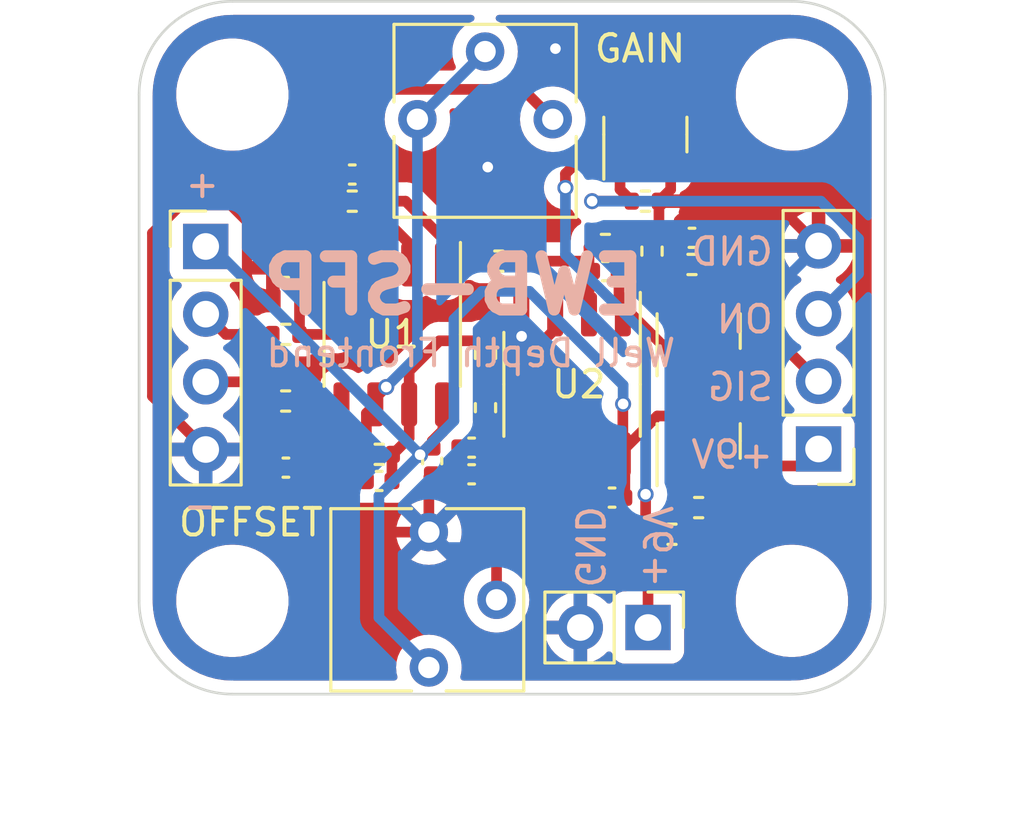
<source format=kicad_pcb>
(kicad_pcb (version 20211014) (generator pcbnew)
  (title_block (title "Depth Sensor") (date "2022-02-08") (rev "1") (company "EWB-SFP") (comment 1 "Hans Gaensbauer"))
  (layers (0 "F.Cu" signal) (31 "B.Cu" signal) (34 "B.Paste" user) (35 "F.Paste" user) (36 "B.SilkS" user "B.Silkscreen") (37 "F.SilkS" user "F.Silkscreen") (38 "B.Mask" user) (39 "F.Mask" user) (44 "Edge.Cuts" user))
  (net 0 "")
  (net 1 "GND")
  (net 2 "Net-(U1-Pad3)")
  (net 3 "Net-(C2-Pad2)")
  (net 4 "Net-(C3-Pad1)")
  (net 5 "Net-(C3-Pad2)")
  (net 6 "Net-(C4-Pad1)")
  (net 7 "Net-(C4-Pad2)")
  (net 8 "Net-(C5-Pad2)")
  (net 9 "VDD")
  (net 10 "Net-(C8-Pad1)")
  (net 11 "Net-(C8-Pad2)")
  (net 12 "VOUT")
  (net 13 "+9V")
  (net 14 "Net-(J2-Pad2)")
  (net 15 "Net-(J2-Pad3)")
  (net 16 "ON")
  (net 17 "Net-(Q1-Pad3)")
  (net 18 "Net-(Q2-Pad1)")
  (net 19 "Net-(R12-Pad2)")
  (net 20 "Net-(R13-Pad2)")
  (net 21 "Net-(R17-Pad1)")
  (footprint "Package_TO_SOT_SMD:SOT-23" (layer "F.Cu") (at 116.5 56 90)
    (fp_text reference "Q2" hide)
    (fp_text value "Q_PMOS_GSD")
    (fp_line (start 0 -1.56) (end -1.675 -1.56) (layer "F.SilkS") (width 0.12))
    (fp_line (start 0 -1.56) (end 0.65 -1.56) (layer "F.SilkS") (width 0.12))
    (fp_line (start 0 1.56) (end 0.65 1.56) (layer "F.SilkS") (width 0.12))
    (fp_line (start 0 1.56) (end -0.65 1.56) (layer "F.SilkS") (width 0.12))
    (pad "1" smd roundrect locked (at -0.9375 -0.95 90) (size 1.475 0.6) (layers "F.Cu" "F.Paste" "F.Mask") (net 18 "Net-(Q2-Pad1)"))
    (pad "2" smd roundrect locked (at -0.9375 0.95 90) (size 1.475 0.6) (layers "F.Cu" "F.Paste" "F.Mask") (net 13 "+9V"))
    (pad "3" smd roundrect locked (at 0.9375 0 90) (size 1.475 0.6) (layers "F.Cu" "F.Paste" "F.Mask") (net 9 "VDD"))
  )
  (footprint "Capacitor_SMD:C_0402_1005Metric" (layer "F.Cu") (at 103.5 46)
    (fp_text reference "C3" hide)
    (fp_text value "1u")
    (fp_line (start -0.107836 -0.36) (end 0.107836 -0.36) (layer "F.SilkS") (width 0.12))
    (fp_line (start -0.107836 0.36) (end 0.107836 0.36) (layer "F.SilkS") (width 0.12))
    (pad "1" smd roundrect locked (at -0.48 0) (size 0.56 0.62) (layers "F.Cu" "F.Paste" "F.Mask") (net 4 "Net-(C3-Pad1)"))
    (pad "2" smd roundrect locked (at 0.48 0) (size 0.56 0.62) (layers "F.Cu" "F.Paste" "F.Mask") (net 5 "Net-(C3-Pad2)"))
  )
  (footprint "Resistor_SMD:R_0402_1005Metric" (layer "F.Cu") (at 116.5 58.5)
    (fp_text reference "R1" hide)
    (fp_text value "2.2k")
    (fp_line (start -0.153641 -0.38) (end 0.153641 -0.38) (layer "F.SilkS") (width 0.12))
    (fp_line (start -0.153641 0.38) (end 0.153641 0.38) (layer "F.SilkS") (width 0.12))
    (pad "1" smd roundrect locked (at -0.51 0) (size 0.54 0.64) (layers "F.Cu" "F.Paste" "F.Mask") (net 18 "Net-(Q2-Pad1)"))
    (pad "2" smd roundrect locked (at 0.51 0) (size 0.54 0.64) (layers "F.Cu" "F.Paste" "F.Mask") (net 13 "+9V"))
  )
  (footprint "Capacitor_SMD:C_0402_1005Metric" (layer "F.Cu") (at 107.98 56.25)
    (fp_text reference "C7" hide)
    (fp_text value "100n")
    (fp_line (start -0.107836 0.36) (end 0.107836 0.36) (layer "F.SilkS") (width 0.12))
    (fp_line (start -0.107836 -0.36) (end 0.107836 -0.36) (layer "F.SilkS") (width 0.12))
    (pad "1" smd roundrect locked (at -0.48 0) (size 0.56 0.62) (layers "F.Cu" "F.Paste" "F.Mask") (net 1 "GND"))
    (pad "2" smd roundrect locked (at 0.48 0) (size 0.56 0.62) (layers "F.Cu" "F.Paste" "F.Mask") (net 8 "Net-(C5-Pad2)"))
  )
  (footprint "Capacitor_SMD:C_0402_1005Metric" (layer "F.Cu") (at 113.25 58.125)
    (fp_text reference "C9" hide)
    (fp_text value "1u")
    (fp_line (start -0.107836 -0.36) (end 0.107836 -0.36) (layer "F.SilkS") (width 0.12))
    (fp_line (start -0.107836 0.36) (end 0.107836 0.36) (layer "F.SilkS") (width 0.12))
    (pad "1" smd roundrect locked (at -0.48 0) (size 0.56 0.62) (layers "F.Cu" "F.Paste" "F.Mask") (net 1 "GND"))
    (pad "2" smd roundrect locked (at 0.48 0) (size 0.56 0.62) (layers "F.Cu" "F.Paste" "F.Mask") (net 9 "VDD"))
  )
  (footprint "Capacitor_SMD:C_0402_1005Metric" (layer "F.Cu") (at 106.5 56.75 90)
    (fp_text reference "C6" hide)
    (fp_text value "1u")
    (fp_line (start -0.107836 -0.36) (end 0.107836 -0.36) (layer "F.SilkS") (width 0.12))
    (fp_line (start -0.107836 0.36) (end 0.107836 0.36) (layer "F.SilkS") (width 0.12))
    (pad "1" smd roundrect locked (at -0.48 0 90) (size 0.56 0.62) (layers "F.Cu" "F.Paste" "F.Mask") (net 1 "GND"))
    (pad "2" smd roundrect locked (at 0.48 0 90) (size 0.56 0.62) (layers "F.Cu" "F.Paste" "F.Mask") (net 9 "VDD"))
  )
  (footprint "Resistor_SMD:R_0402_1005Metric" (layer "F.Cu") (at 101 54.5)
    (fp_text reference "R5" hide)
    (fp_text value "100")
    (fp_line (start -0.153641 0.38) (end 0.153641 0.38) (layer "F.SilkS") (width 0.12))
    (fp_line (start -0.153641 -0.38) (end 0.153641 -0.38) (layer "F.SilkS") (width 0.12))
    (pad "1" smd roundrect locked (at -0.51 0) (size 0.54 0.64) (layers "F.Cu" "F.Paste" "F.Mask") (net 15 "Net-(J2-Pad3)"))
    (pad "2" smd roundrect locked (at 0.51 0) (size 0.54 0.64) (layers "F.Cu" "F.Paste" "F.Mask") (net 3 "Net-(C2-Pad2)"))
  )
  (footprint "Resistor_SMD:R_0402_1005Metric" (layer "F.Cu") (at 104.51 56.5)
    (fp_text reference "R8" hide)
    (fp_text value "10k")
    (fp_line (start -0.153641 0.38) (end 0.153641 0.38) (layer "F.SilkS") (width 0.12))
    (fp_line (start -0.153641 -0.38) (end 0.153641 -0.38) (layer "F.SilkS") (width 0.12))
    (pad "1" smd roundrect locked (at -0.51 0) (size 0.54 0.64) (layers "F.Cu" "F.Paste" "F.Mask") (net 6 "Net-(C4-Pad1)"))
    (pad "2" smd roundrect locked (at 0.51 0) (size 0.54 0.64) (layers "F.Cu" "F.Paste" "F.Mask") (net 7 "Net-(C4-Pad2)"))
  )
  (footprint "MountingHole:MountingHole_3.2mm_M3" (layer "F.Cu") (at 120 62)
    (fp_text reference "H4" hide)
    (fp_text value "MountingHole")
    (pad "" np_thru_hole circle locked (at 0 0) (size 3.2 3.2) (drill 3.2) (layers *.Cu *.Mask))
  )
  (footprint "Resistor_SMD:R_0402_1005Metric" (layer "F.Cu") (at 114.5 47 180)
    (fp_text reference "R2" hide)
    (fp_text value "2.2k")
    (fp_line (start -0.153641 0.38) (end 0.153641 0.38) (layer "F.SilkS") (width 0.12))
    (fp_line (start -0.153641 -0.38) (end 0.153641 -0.38) (layer "F.SilkS") (width 0.12))
    (pad "1" smd roundrect locked (at -0.51 0 180) (size 0.54 0.64) (layers "F.Cu" "F.Paste" "F.Mask") (net 1 "GND"))
    (pad "2" smd roundrect locked (at 0.51 0 180) (size 0.54 0.64) (layers "F.Cu" "F.Paste" "F.Mask") (net 16 "ON"))
  )
  (footprint "Connector_PinHeader_2.54mm:PinHeader_1x04_P2.54mm_Vertical" (layer "F.Cu") (at 98 48.7)
    (fp_text reference "J2" hide)
    (fp_text value "Conn_01x04_Female")
    (fp_line (start -1.33 0) (end -1.33 -1.33) (layer "F.SilkS") (width 0.12))
    (fp_line (start -1.33 1.27) (end 1.33 1.27) (layer "F.SilkS") (width 0.12))
    (fp_line (start -1.33 8.95) (end 1.33 8.95) (layer "F.SilkS") (width 0.12))
    (fp_line (start -1.33 -1.33) (end 0 -1.33) (layer "F.SilkS") (width 0.12))
    (fp_line (start 1.33 1.27) (end 1.33 8.95) (layer "F.SilkS") (width 0.12))
    (fp_line (start -1.33 1.27) (end -1.33 8.95) (layer "F.SilkS") (width 0.12))
    (pad "1" thru_hole rect locked (at 0 0) (size 1.7 1.7) (drill 1) (layers *.Cu *.Mask) (net 9 "VDD"))
    (pad "2" thru_hole oval locked (at 0 2.54) (size 1.7 1.7) (drill 1) (layers *.Cu *.Mask) (net 14 "Net-(J2-Pad2)"))
    (pad "3" thru_hole oval locked (at 0 5.08) (size 1.7 1.7) (drill 1) (layers *.Cu *.Mask) (net 15 "Net-(J2-Pad3)"))
    (pad "4" thru_hole oval locked (at 0 7.62) (size 1.7 1.7) (drill 1) (layers *.Cu *.Mask) (net 1 "GND"))
  )
  (footprint "Capacitor_SMD:C_0402_1005Metric" (layer "F.Cu") (at 113 49.625)
    (fp_text reference "C8" hide)
    (fp_text value "1u")
    (fp_line (start -0.107836 -0.36) (end 0.107836 -0.36) (layer "F.SilkS") (width 0.12))
    (fp_line (start -0.107836 0.36) (end 0.107836 0.36) (layer "F.SilkS") (width 0.12))
    (pad "1" smd roundrect locked (at -0.48 0) (size 0.56 0.62) (layers "F.Cu" "F.Paste" "F.Mask") (net 10 "Net-(C8-Pad1)"))
    (pad "2" smd roundrect locked (at 0.48 0) (size 0.56 0.62) (layers "F.Cu" "F.Paste" "F.Mask") (net 11 "Net-(C8-Pad2)"))
  )
  (footprint "Potentiometer_THT:Potentiometer_Vishay_T73YP_Vertical" (layer "F.Cu") (at 111.025 43.925 90)
    (fp_text reference "RV2" hide)
    (fp_text value "500")
    (fp_line (start 0.65 0.88) (end 3.56 0.88) (layer "F.SilkS") (width 0.12))
    (fp_line (start 3.56 -5.96) (end 3.56 0.88) (layer "F.SilkS") (width 0.12))
    (fp_line (start 0.65 -5.96) (end 3.56 -5.96) (layer "F.SilkS") (width 0.12))
    (fp_line (start -3.68 -5.96) (end -0.65 -5.96) (layer "F.SilkS") (width 0.12))
    (fp_line (start -3.68 0.88) (end -0.65 0.88) (layer "F.SilkS") (width 0.12))
    (fp_line (start -3.68 -5.96) (end -3.68 0.88) (layer "F.SilkS") (width 0.12))
    (pad "1" thru_hole circle locked (at 0 0 90) (size 1.44 1.44) (drill 0.8) (layers *.Cu *.Mask) (net 4 "Net-(C3-Pad1)"))
    (pad "2" thru_hole circle locked (at 2.54 -2.54 90) (size 1.44 1.44) (drill 0.8) (layers *.Cu *.Mask) (net 6 "Net-(C4-Pad1)"))
    (pad "3" thru_hole circle locked (at 0 -5.08 90) (size 1.44 1.44) (drill 0.8) (layers *.Cu *.Mask) (net 6 "Net-(C4-Pad1)"))
  )
  (footprint "Package_SO:SOP-8_3.9x4.9mm_P1.27mm" (layer "F.Cu") (at 111.75 53.875 -90)
    (fp_text reference "U2" (at 0 -0.25 180) (layer "F.SilkS"))
    (fp_text value "LM358")
    (fp_line (start 0 -2.56) (end -3.45 -2.56) (layer "F.SilkS") (width 0.12))
    (fp_line (start 0 2.56) (end 1.95 2.56) (layer "F.SilkS") (width 0.12))
    (fp_line (start 0 2.56) (end -1.95 2.56) (layer "F.SilkS") (width 0.12))
    (fp_line (start 0 -2.56) (end 1.95 -2.56) (layer "F.SilkS") (width 0.12))
    (pad "1" smd roundrect locked (at -2.625 -1.905 270) (size 1.65 0.6) (layers "F.Cu" "F.Paste" "F.Mask") (net 11 "Net-(C8-Pad2)"))
    (pad "2" smd roundrect locked (at -2.625 -0.635 270) (size 1.65 0.6) (layers "F.Cu" "F.Paste" "F.Mask") (net 10 "Net-(C8-Pad1)"))
    (pad "3" smd roundrect locked (at -2.625 0.635 270) (size 1.65 0.6) (layers "F.Cu" "F.Paste" "F.Mask") (net 19 "Net-(R12-Pad2)"))
    (pad "4" smd roundrect locked (at -2.625 1.905 270) (size 1.65 0.6) (layers "F.Cu" "F.Paste" "F.Mask") (net 1 "GND"))
    (pad "5" smd roundrect locked (at 2.625 1.905 270) (size 1.65 0.6) (layers "F.Cu" "F.Paste" "F.Mask") (net 8 "Net-(C5-Pad2)"))
    (pad "6" smd roundrect locked (at 2.625 0.635 270) (size 1.65 0.6) (layers "F.Cu" "F.Paste" "F.Mask") (net 20 "Net-(R13-Pad2)"))
    (pad "7" smd roundrect locked (at 2.625 -0.635 270) (size 1.65 0.6) (layers "F.Cu" "F.Paste" "F.Mask") (net 20 "Net-(R13-Pad2)"))
    (pad "8" smd roundrect locked (at 2.625 -1.905 270) (size 1.65 0.6) (layers "F.Cu" "F.Paste" "F.Mask") (net 9 "VDD"))
  )
  (footprint "Capacitor_SMD:C_0402_1005Metric" (layer "F.Cu") (at 104.51 57.5)
    (fp_text reference "C4" hide)
    (fp_text value "1u")
    (fp_line (start -0.107836 0.36) (end 0.107836 0.36) (layer "F.SilkS") (width 0.12))
    (fp_line (start -0.107836 -0.36) (end 0.107836 -0.36) (layer "F.SilkS") (width 0.12))
    (pad "1" smd roundrect locked (at -0.48 0) (size 0.56 0.62) (layers "F.Cu" "F.Paste" "F.Mask") (net 6 "Net-(C4-Pad1)"))
    (pad "2" smd roundrect locked (at 0.48 0) (size 0.56 0.62) (layers "F.Cu" "F.Paste" "F.Mask") (net 7 "Net-(C4-Pad2)"))
  )
  (footprint "Package_TO_SOT_SMD:SOT-23" (layer "F.Cu") (at 114.5 44.5 90)
    (fp_text reference "Q1" hide)
    (fp_text value "Q_NMOS_GSD")
    (fp_line (start 0 -1.56) (end 0.65 -1.56) (layer "F.SilkS") (width 0.12))
    (fp_line (start 0 1.56) (end -0.65 1.56) (layer "F.SilkS") (width 0.12))
    (fp_line (start 0 1.56) (end 0.65 1.56) (layer "F.SilkS") (width 0.12))
    (fp_line (start 0 -1.56) (end -1.675 -1.56) (layer "F.SilkS") (width 0.12))
    (pad "1" smd roundrect locked (at -0.9375 -0.95 90) (size 1.475 0.6) (layers "F.Cu" "F.Paste" "F.Mask") (net 16 "ON"))
    (pad "2" smd roundrect locked (at -0.9375 0.95 90) (size 1.475 0.6) (layers "F.Cu" "F.Paste" "F.Mask") (net 1 "GND"))
    (pad "3" smd roundrect locked (at 0.9375 0 90) (size 1.475 0.6) (layers "F.Cu" "F.Paste" "F.Mask") (net 17 "Net-(Q1-Pad3)"))
  )
  (footprint "MountingHole:MountingHole_3.2mm_M3" (layer "F.Cu") (at 99 43)
    (fp_text reference "H1" hide)
    (fp_text value "MountingHole")
    (pad "" np_thru_hole circle locked (at 0 0) (size 3.2 3.2) (drill 3.2) (layers *.Cu *.Mask))
  )
  (footprint "Resistor_SMD:R_0402_1005Metric" (layer "F.Cu") (at 115.5 59.5)
    (fp_text reference "R3" hide)
    (fp_text value "2.2k")
    (fp_line (start -0.153641 -0.38) (end 0.153641 -0.38) (layer "F.SilkS") (width 0.12))
    (fp_line (start -0.153641 0.38) (end 0.153641 0.38) (layer "F.SilkS") (width 0.12))
    (pad "1" smd roundrect locked (at -0.51 0) (size 0.54 0.64) (layers "F.Cu" "F.Paste" "F.Mask") (net 17 "Net-(Q1-Pad3)"))
    (pad "2" smd roundrect locked (at 0.51 0) (size 0.54 0.64) (layers "F.Cu" "F.Paste" "F.Mask") (net 18 "Net-(Q2-Pad1)"))
  )
  (footprint "Capacitor_SMD:C_0402_1005Metric" (layer "F.Cu") (at 101.01 57)
    (fp_text reference "C2" hide)
    (fp_text value "1u")
    (fp_line (start -0.107836 0.36) (end 0.107836 0.36) (layer "F.SilkS") (width 0.12))
    (fp_line (start -0.107836 -0.36) (end 0.107836 -0.36) (layer "F.SilkS") (width 0.12))
    (pad "1" smd roundrect locked (at -0.48 0) (size 0.56 0.62) (layers "F.Cu" "F.Paste" "F.Mask") (net 1 "GND"))
    (pad "2" smd roundrect locked (at 0.48 0) (size 0.56 0.62) (layers "F.Cu" "F.Paste" "F.Mask") (net 3 "Net-(C2-Pad2)"))
  )
  (footprint "Connector_PinHeader_2.54mm:PinHeader_1x04_P2.54mm_Vertical" (layer "F.Cu") (at 121 56.3 180)
    (fp_text reference "J3" hide)
    (fp_text value "Conn_01x04_Female")
    (fp_line (start -1.33 1.27) (end -1.33 8.95) (layer "F.SilkS") (width 0.12))
    (fp_line (start -1.33 0) (end -1.33 -1.33) (layer "F.SilkS") (width 0.12))
    (fp_line (start -1.33 -1.33) (end 0 -1.33) (layer "F.SilkS") (width 0.12))
    (fp_line (start -1.33 8.95) (end 1.33 8.95) (layer "F.SilkS") (width 0.12))
    (fp_line (start -1.33 1.27) (end 1.33 1.27) (layer "F.SilkS") (width 0.12))
    (fp_line (start 1.33 1.27) (end 1.33 8.95) (layer "F.SilkS") (width 0.12))
    (pad "1" thru_hole rect locked (at 0 0 180) (size 1.7 1.7) (drill 1) (layers *.Cu *.Mask) (net 13 "+9V"))
    (pad "2" thru_hole oval locked (at 0 2.54 180) (size 1.7 1.7) (drill 1) (layers *.Cu *.Mask) (net 12 "VOUT"))
    (pad "3" thru_hole oval locked (at 0 5.08 180) (size 1.7 1.7) (drill 1) (layers *.Cu *.Mask) (net 16 "ON"))
    (pad "4" thru_hole oval locked (at 0 7.62 180) (size 1.7 1.7) (drill 1) (layers *.Cu *.Mask) (net 1 "GND"))
  )
  (footprint "Resistor_SMD:R_0402_1005Metric" (layer "F.Cu") (at 108.5 54.75 -90)
    (fp_text reference "R13" hide)
    (fp_text value "2.2k")
    (fp_line (start -0.153641 -0.38) (end 0.153641 -0.38) (layer "F.SilkS") (width 0.12))
    (fp_line (start -0.153641 0.38) (end 0.153641 0.38) (layer "F.SilkS") (width 0.12))
    (pad "1" smd roundrect locked (at -0.51 0 270) (size 0.54 0.64) (layers "F.Cu" "F.Paste" "F.Mask") (net 19 "Net-(R12-Pad2)"))
    (pad "2" smd roundrect locked (at 0.51 0 270) (size 0.54 0.64) (layers "F.Cu" "F.Paste" "F.Mask") (net 20 "Net-(R13-Pad2)"))
  )
  (footprint "MountingHole:MountingHole_3.2mm_M3" (layer "F.Cu") (at 99 62)
    (fp_text reference "H2" hide)
    (fp_text value "MountingHole")
    (pad "" np_thru_hole circle locked (at 0 0) (size 3.2 3.2) (drill 3.2) (layers *.Cu *.Mask))
  )
  (footprint "Capacitor_SMD:C_0402_1005Metric" (layer "F.Cu") (at 101 49.5)
    (fp_text reference "C1" hide)
    (fp_text value "1u")
    (fp_line (start -0.107836 0.36) (end 0.107836 0.36) (layer "F.SilkS") (width 0.12))
    (fp_line (start -0.107836 -0.36) (end 0.107836 -0.36) (layer "F.SilkS") (width 0.12))
    (pad "1" smd roundrect locked (at -0.48 0) (size 0.56 0.62) (layers "F.Cu" "F.Paste" "F.Mask") (net 1 "GND"))
    (pad "2" smd roundrect locked (at 0.48 0) (size 0.56 0.62) (layers "F.Cu" "F.Paste" "F.Mask") (net 2 "Net-(U1-Pad3)"))
  )
  (footprint "Resistor_SMD:R_0402_1005Metric" (layer "F.Cu") (at 114.75 48.875 90)
    (fp_text reference "R17" hide)
    (fp_text value "330")
    (fp_line (start -0.153641 0.38) (end 0.153641 0.38) (layer "F.SilkS") (width 0.12))
    (fp_line (start -0.153641 -0.38) (end 0.153641 -0.38) (layer "F.SilkS") (width 0.12))
    (pad "1" smd roundrect locked (at -0.51 0 90) (size 0.54 0.64) (layers "F.Cu" "F.Paste" "F.Mask") (net 21 "Net-(R17-Pad1)"))
    (pad "2" smd roundrect locked (at 0.51 0 90) (size 0.54 0.64) (layers "F.Cu" "F.Paste" "F.Mask") (net 1 "GND"))
  )
  (footprint "Potentiometer_THT:Potentiometer_Vishay_T73YP_Vertical" (layer "F.Cu") (at 106.375 64.5)
    (fp_text reference "RV1" hide)
    (fp_text value "10k")
    (fp_line (start -3.68 0.88) (end -0.65 0.88) (layer "F.SilkS") (width 0.12))
    (fp_line (start 0.65 -5.96) (end 3.56 -5.96) (layer "F.SilkS") (width 0.12))
    (fp_line (start -3.68 -5.96) (end -3.68 0.88) (layer "F.SilkS") (width 0.12))
    (fp_line (start 0.65 0.88) (end 3.56 0.88) (layer "F.SilkS") (width 0.12))
    (fp_line (start -3.68 -5.96) (end -0.65 -5.96) (layer "F.SilkS") (width 0.12))
    (fp_line (start 3.56 -5.96) (end 3.56 0.88) (layer "F.SilkS") (width 0.12))
    (pad "1" thru_hole circle locked (at 0 0) (size 1.44 1.44) (drill 0.8) (layers *.Cu *.Mask) (net 9 "VDD"))
    (pad "2" thru_hole circle locked (at 2.54 -2.54) (size 1.44 1.44) (drill 0.8) (layers *.Cu *.Mask) (net 8 "Net-(C5-Pad2)"))
    (pad "3" thru_hole circle locked (at 0 -5.08) (size 1.44 1.44) (drill 0.8) (layers *.Cu *.Mask) (net 1 "GND"))
  )
  (footprint "Resistor_SMD:R_0402_1005Metric" (layer "F.Cu") (at 103.5 47 180)
    (fp_text reference "R7" hide)
    (fp_text value "10k")
    (fp_line (start -0.153641 0.38) (end 0.153641 0.38) (layer "F.SilkS") (width 0.12))
    (fp_line (start -0.153641 -0.38) (end 0.153641 -0.38) (layer "F.SilkS") (width 0.12))
    (pad "1" smd roundrect locked (at -0.51 0 180) (size 0.54 0.64) (layers "F.Cu" "F.Paste" "F.Mask") (net 5 "Net-(C3-Pad2)"))
    (pad "2" smd roundrect locked (at 0.51 0 180) (size 0.54 0.64) (layers "F.Cu" "F.Paste" "F.Mask") (net 4 "Net-(C3-Pad1)"))
  )
  (footprint "Capacitor_SMD:C_0402_1005Metric" (layer "F.Cu") (at 107.98 57.25)
    (fp_text reference "C5" hide)
    (fp_text value "10u")
    (fp_line (start -0.107836 0.36) (end 0.107836 0.36) (layer "F.SilkS") (width 0.12))
    (fp_line (start -0.107836 -0.36) (end 0.107836 -0.36) (layer "F.SilkS") (width 0.12))
    (pad "1" smd roundrect locked (at -0.48 0) (size 0.56 0.62) (layers "F.Cu" "F.Paste" "F.Mask") (net 1 "GND"))
    (pad "2" smd roundrect locked (at 0.48 0) (size 0.56 0.62) (layers "F.Cu" "F.Paste" "F.Mask") (net 8 "Net-(C5-Pad2)"))
  )
  (footprint "Resistor_SMD:R_0402_1005Metric" (layer "F.Cu") (at 113 48.625)
    (fp_text reference "R14" hide)
    (fp_text value "2.2k")
    (fp_line (start -0.153641 0.38) (end 0.153641 0.38) (layer "F.SilkS") (width 0.12))
    (fp_line (start -0.153641 -0.38) (end 0.153641 -0.38) (layer "F.SilkS") (width 0.12))
    (pad "1" smd roundrect locked (at -0.51 0) (size 0.54 0.64) (layers "F.Cu" "F.Paste" "F.Mask") (net 10 "Net-(C8-Pad1)"))
    (pad "2" smd roundrect locked (at 0.51 0) (size 0.54 0.64) (layers "F.Cu" "F.Paste" "F.Mask") (net 11 "Net-(C8-Pad2)"))
  )
  (footprint "Resistor_SMD:R_0402_1005Metric" (layer "F.Cu") (at 116.25 49.375)
    (fp_text reference "R18" hide)
    (fp_text value "330")
    (fp_line (start -0.153641 -0.38) (end 0.153641 -0.38) (layer "F.SilkS") (width 0.12))
    (fp_line (start -0.153641 0.38) (end 0.153641 0.38) (layer "F.SilkS") (width 0.12))
    (pad "1" smd roundrect locked (at -0.51 0) (size 0.54 0.64) (layers "F.Cu" "F.Paste" "F.Mask") (net 21 "Net-(R17-Pad1)"))
    (pad "2" smd roundrect locked (at 0.51 0) (size 0.54 0.64) (layers "F.Cu" "F.Paste" "F.Mask") (net 12 "VOUT"))
  )
  (footprint "Capacitor_SMD:C_0402_1005Metric" (layer "F.Cu") (at 116.25 48.375)
    (fp_text reference "C10" hide)
    (fp_text value "100n")
    (fp_line (start -0.107836 0.36) (end 0.107836 0.36) (layer "F.SilkS") (width 0.12))
    (fp_line (start -0.107836 -0.36) (end 0.107836 -0.36) (layer "F.SilkS") (width 0.12))
    (pad "1" smd roundrect locked (at -0.48 0) (size 0.56 0.62) (layers "F.Cu" "F.Paste" "F.Mask") (net 1 "GND"))
    (pad "2" smd roundrect locked (at 0.48 0) (size 0.56 0.62) (layers "F.Cu" "F.Paste" "F.Mask") (net 12 "VOUT"))
  )
  (footprint "MountingHole:MountingHole_3.2mm_M3" (layer "F.Cu") (at 120 43)
    (fp_text reference "H3" hide)
    (fp_text value "MountingHole")
    (pad "" np_thru_hole circle locked (at 0 0) (size 3.2 3.2) (drill 3.2) (layers *.Cu *.Mask))
  )
  (footprint "Resistor_SMD:R_0402_1005Metric" (layer "F.Cu") (at 108.5 52.75 -90)
    (fp_text reference "R12" hide)
    (fp_text value "2.2k")
    (fp_line (start -0.153641 0.38) (end 0.153641 0.38) (layer "F.SilkS") (width 0.12))
    (fp_line (start -0.153641 -0.38) (end 0.153641 -0.38) (layer "F.SilkS") (width 0.12))
    (pad "1" smd roundrect locked (at -0.51 0 270) (size 0.54 0.64) (layers "F.Cu" "F.Paste" "F.Mask") (net 7 "Net-(C4-Pad2)"))
    (pad "2" smd roundrect locked (at 0.51 0 270) (size 0.54 0.64) (layers "F.Cu" "F.Paste" "F.Mask") (net 19 "Net-(R12-Pad2)"))
  )
  (footprint "Resistor_SMD:R_0402_1005Metric" (layer "F.Cu") (at 109 49.25)
    (fp_text reference "R11" hide)
    (fp_text value "2.2k")
    (fp_line (start -0.153641 -0.38) (end 0.153641 -0.38) (layer "F.SilkS") (width 0.12))
    (fp_line (start -0.153641 0.38) (end 0.153641 0.38) (layer "F.SilkS") (width 0.12))
    (pad "1" smd roundrect locked (at -0.51 0) (size 0.54 0.64) (layers "F.Cu" "F.Paste" "F.Mask") (net 5 "Net-(C3-Pad2)"))
    (pad "2" smd roundrect locked (at 0.51 0) (size 0.54 0.64) (layers "F.Cu" "F.Paste" "F.Mask") (net 10 "Net-(C8-Pad1)"))
  )
  (footprint "Resistor_SMD:R_0402_1005Metric" (layer "F.Cu") (at 101.01 52)
    (fp_text reference "R4" hide)
    (fp_text value "100")
    (fp_line (start -0.153641 0.38) (end 0.153641 0.38) (layer "F.SilkS") (width 0.12))
    (fp_line (start -0.153641 -0.38) (end 0.153641 -0.38) (layer "F.SilkS") (width 0.12))
    (pad "1" smd roundrect locked (at -0.51 0) (size 0.54 0.64) (layers "F.Cu" "F.Paste" "F.Mask") (net 14 "Net-(J2-Pad2)"))
    (pad "2" smd roundrect locked (at 0.51 0) (size 0.54 0.64) (layers "F.Cu" "F.Paste" "F.Mask") (net 2 "Net-(U1-Pad3)"))
  )
  (footprint "Connector_PinHeader_2.54mm:PinHeader_1x02_P2.54mm_Vertical" (layer "F.Cu") (at 114.6 63 -90)
    (fp_text reference "J1" hide)
    (fp_text value "Conn_01x02_Female")
    (fp_line (start -1.33 -1.33) (end 0 -1.33) (layer "F.SilkS") (width 0.12))
    (fp_line (start -1.33 1.27) (end 1.33 1.27) (layer "F.SilkS") (width 0.12))
    (fp_line (start -1.33 1.27) (end -1.33 3.87) (layer "F.SilkS") (width 0.12))
    (fp_line (start 1.33 1.27) (end 1.33 3.87) (layer "F.SilkS") (width 0.12))
    (fp_line (start -1.33 0) (end -1.33 -1.33) (layer "F.SilkS") (width 0.12))
    (fp_line (start -1.33 3.87) (end 1.33 3.87) (layer "F.SilkS") (width 0.12))
    (pad "1" thru_hole rect locked (at 0 0 270) (size 1.7 1.7) (drill 1) (layers *.Cu *.Mask) (net 13 "+9V"))
    (pad "2" thru_hole oval locked (at 0 2.54 270) (size 1.7 1.7) (drill 1) (layers *.Cu *.Mask) (net 1 "GND"))
  )
  (footprint "Package_SO:SOP-8_3.9x4.9mm_P1.27mm" (layer "F.Cu") (at 105 52 -90)
    (fp_text reference "U1" (at 0 0) (layer "F.SilkS"))
    (fp_text value "LM358")
    (fp_line (start 0 -2.56) (end -3.45 -2.56) (layer "F.SilkS") (width 0.12))
    (fp_line (start 0 -2.56) (end 1.95 -2.56) (layer "F.SilkS") (width 0.12))
    (fp_line (start 0 2.56) (end -1.95 2.56) (layer "F.SilkS") (width 0.12))
    (fp_line (start 0 2.56) (end 1.95 2.56) (layer "F.SilkS") (width 0.12))
    (pad "1" smd roundrect locked (at -2.625 -1.905 270) (size 1.65 0.6) (layers "F.Cu" "F.Paste" "F.Mask") (net 5 "Net-(C3-Pad2)"))
    (pad "2" smd roundrect locked (at -2.625 -0.635 270) (size 1.65 0.6) (layers "F.Cu" "F.Paste" "F.Mask") (net 4 "Net-(C3-Pad1)"))
    (pad "3" smd roundrect locked (at -2.625 0.635 270) (size 1.65 0.6) (layers "F.Cu" "F.Paste" "F.Mask") (net 2 "Net-(U1-Pad3)"))
    (pad "4" smd roundrect locked (at -2.625 1.905 270) (size 1.65 0.6) (layers "F.Cu" "F.Paste" "F.Mask") (net 1 "GND"))
    (pad "5" smd roundrect locked (at 2.625 1.905 270) (size 1.65 0.6) (layers "F.Cu" "F.Paste" "F.Mask") (net 3 "Net-(C2-Pad2)"))
    (pad "6" smd roundrect locked (at 2.625 0.635 270) (size 1.65 0.6) (layers "F.Cu" "F.Paste" "F.Mask") (net 6 "Net-(C4-Pad1)"))
    (pad "7" smd roundrect locked (at 2.625 -0.635 270) (size 1.65 0.6) (layers "F.Cu" "F.Paste" "F.Mask") (net 7 "Net-(C4-Pad2)"))
    (pad "8" smd roundrect locked (at 2.625 -1.905 270) (size 1.65 0.6) (layers "F.Cu" "F.Paste" "F.Mask") (net 9 "VDD"))
  )
  (footprint "Package_TO_SOT_SMD:SOT-23" (layer "F.Cu") (at 116.5 51.875 90)
    (fp_text reference "U3" hide)
    (fp_text value "TL431DBZ")
    (fp_line (start 0 -1.56) (end 0.65 -1.56) (layer "F.SilkS") (width 0.12))
    (fp_line (start 0 1.56) (end 0.65 1.56) (layer "F.SilkS") (width 0.12))
    (fp_line (start 0 1.56) (end -0.65 1.56) (layer "F.SilkS") (width 0.12))
    (fp_line (start 0 -1.56) (end -1.675 -1.56) (layer "F.SilkS") (width 0.12))
    (pad "1" smd roundrect locked (at -0.9375 -0.95 90) (size 1.475 0.6) (layers "F.Cu" "F.Paste" "F.Mask") (net 11 "Net-(C8-Pad2)"))
    (pad "2" smd roundrect locked (at -0.9375 0.95 90) (size 1.475 0.6) (layers "F.Cu" "F.Paste" "F.Mask") (net 11 "Net-(C8-Pad2)"))
    (pad "3" smd roundrect locked (at 0.9375 0 90) (size 1.475 0.6) (layers "F.Cu" "F.Paste" "F.Mask") (net 21 "Net-(R17-Pad1)"))
  )
  (gr_line (start 99 39.5) (end 120 39.5) (layer "Edge.Cuts") (width 0.1))
  (gr_arc (start 99 65.5) (mid 96.525126 64.474874) (end 95.5 62) (layer "Edge.Cuts") (width 0.1))
  (gr_line (start 120 65.5) (end 99 65.5) (layer "Edge.Cuts") (width 0.1))
  (gr_arc (start 120 39.5) (mid 122.474874 40.525126) (end 123.5 43) (layer "Edge.Cuts") (width 0.1))
  (gr_arc (start 95.5 43) (mid 96.525126 40.525126) (end 99 39.5) (layer "Edge.Cuts") (width 0.1))
  (gr_line (start 123.5 43) (end 123.5 62) (layer "Edge.Cuts") (width 0.1))
  (gr_line (start 95.5 62) (end 95.5 43) (layer "Edge.Cuts") (width 0.1))
  (gr_arc (start 123.5 62) (mid 122.474874 64.474874) (end 120 65.5) (layer "Edge.Cuts") (width 0.1))
  (gr_text "ON" (at 119.38 51.435) (layer "B.SilkS") (effects (font (size 1 1)) (justify left mirror)))
  (gr_text "+9V" (at 119.38 56.515) (layer "B.SilkS") (effects (font (size 1 1)) (justify left mirror)))
  (gr_text "+9V" (at 114.935 61.595 270) (layer "B.SilkS") (effects (font (size 1 1)) (justify left mirror)))
  (gr_text "EWB-SFP" (at 107.315 50.165) (layer "B.SilkS") (effects (font (size 2 2) (thickness 0.45)) (justify mirror)))
  (gr_text "-" (at 97.79 58.42) (layer "B.SilkS") (effects (font (size 1 1)) (justify mirror)))
  (gr_text "Well Depth Frontend" (at 107.95 52.705) (layer "B.SilkS") (effects (font (size 1 1)) (justify mirror)))
  (gr_text "GND" (at 112.395 61.595 270) (layer "B.SilkS") (effects (font (size 1 1)) (justify left mirror)))
  (gr_text "+" (at 97.155 46.355) (layer "B.SilkS") (effects (font (size 1 1)) (justify right mirror)))
  (gr_text "GND" (at 119.38 48.895) (layer "B.SilkS") (effects (font (size 1 1)) (justify left mirror)))
  (gr_text "SIG" (at 119.38 53.975) (layer "B.SilkS") (effects (font (size 1 1)) (justify left mirror)))
  (gr_text "OFFSET" (at 99.695 59.055) (layer "F.SilkS") (effects (font (size 1 1))))
  (gr_text "GAIN" (at 114.3 41.275) (layer "F.SilkS") (effects (font (size 1 1))))
  (segment (start 109.855 51.26) (end 109.855 52.07) (width 0.4) (layer "F.Cu") (net 1))
  (segment (start 96 54.32) (end 98 56.32) (width 0.4) (layer "F.Cu") (net 1))
  (segment (start 100.52 49.5) (end 100.52 48.720978) (width 0.4) (layer "F.Cu") (net 1))
  (segment (start 100.53 57.112996) (end 100.53 57) (width 0.4) (layer "F.Cu") (net 1))
  (segment (start 115.77 47.73) (end 115.83452 47.66548) (width 0.4) (layer "F.Cu") (net 1))
  (segment (start 112.06 58.835) (end 112.77 58.125) (width 0.4) (layer "F.Cu") (net 1))
  (segment (start 101.116524 48.79048) (end 102.51048 48.79048) (width 0.4) (layer "F.Cu") (net 1))
  (segment (start 97.200978 47) (end 96 48.200978) (width 0.4) (layer "F.Cu") (net 1))
  (segment (start 114.75 48.365) (end 115.76 48.365) (width 0.4) (layer "F.Cu") (net 1))
  (segment (start 96 48.200978) (end 96 54.32) (width 0.4) (layer "F.Cu") (net 1))
  (segment (start 107.5 56.25) (end 107.5 57.25) (width 0.4) (layer "F.Cu") (net 1))
  (segment (start 98 56.32) (end 99.85 56.32) (width 0.4) (layer "F.Cu") (net 1))
  (segment (start 100.52 49.387004) (end 101.116524 48.79048) (width 0.4) (layer "F.Cu") (net 1))
  (segment (start 106.375 59.42) (end 102.837004 59.42) (width 0.4) (layer "F.Cu") (net 1))
  (segment (start 106.52 57.25) (end 106.5 57.23) (width 0.4) (layer "F.Cu") (net 1))
  (segment (start 115.01 48.105) (end 114.75 48.365) (width 0.4) (layer "F.Cu") (net 1))
  (segment (start 115.76 48.365) (end 115.77 48.375) (width 0.4) (layer "F.Cu") (net 1))
  (segment (start 115.83452 47.66548) (end 119.98548 47.66548) (width 0.4) (layer "F.Cu") (net 1))
  (segment (start 102.837004 59.42) (end 100.53 57.112996) (width 0.4) (layer "F.Cu") (net 1))
  (segment (start 115.45 46.56) (end 115.01 47) (width 0.4) (layer "F.Cu") (net 1))
  (segment (start 115.45 45.4375) (end 115.45 46.56) (width 0.4) (layer "F.Cu") (net 1))
  (segment (start 115.77 48.375) (end 115.77 47.73) (width 0.4) (layer "F.Cu") (net 1))
  (segment (start 112.06 63) (end 112.06 58.835) (width 0.4) (layer "F.Cu") (net 1))
  (segment (start 98.799022 47) (end 97.200978 47) (width 0.4) (layer "F.Cu") (net 1))
  (segment (start 106.375 57.355) (end 106.5 57.23) (width 0.4) (layer "F.Cu") (net 1))
  (segment (start 100.52 48.720978) (end 98.799022 47) (width 0.4) (layer "F.Cu") (net 1))
  (segment (start 119.98548 47.66548) (end 121 48.68) (width 0.4) (layer "F.Cu") (net 1))
  (segment (start 115.01 47) (end 115.01 48.105) (width 0.4) (layer "F.Cu") (net 1))
  (segment (start 99.85 56.32) (end 100.53 57) (width 0.4) (layer "F.Cu") (net 1))
  (segment (start 106.375 59.42) (end 106.375 57.355) (width 0.4) (layer "F.Cu") (net 1))
  (segment (start 102.51048 48.79048) (end 103.095 49.375) (width 0.4) (layer "F.Cu") (net 1))
  (segment (start 107.5 57.25) (end 106.52 57.25) (width 0.4) (layer "F.Cu") (net 1))
  (segment (start 109.845 51.25) (end 109.855 51.26) (width 0.4) (layer "F.Cu") (net 1))
  (segment (start 100.52 49.5) (end 100.52 49.387004) (width 0.4) (layer "F.Cu") (net 1))
  (via (at 111.125 41.275) (size 0.6) (drill 0.4) (layers "F.Cu" "B.Cu") (net 1))
  (via (at 108.585 45.72) (size 0.6) (drill 0.4) (layers "F.Cu" "B.Cu") (net 1))
  (via (at 109.855 52.07) (size 0.6) (drill 0.4) (layers "F.Cu" "B.Cu") (net 1))
  (segment (start 112 60) (end 112.06 60.06) (width 0.4) (layer "B.Cu") (net 1))
  (segment (start 118 56) (end 114 60) (width 0.4) (layer "B.Cu") (net 1))
  (segment (start 110 60) (end 110 52.215) (width 0.4) (layer "B.Cu") (net 1))
  (segment (start 106.955 60) (end 106.375 59.42) (width 0.4) (layer "B.Cu") (net 1))
  (segment (start 121 48.68) (end 118 51.68) (width 0.4) (layer "B.Cu") (net 1))
  (segment (start 113 60) (end 106.955 60) (width 0.4) (layer "B.Cu") (net 1))
  (segment (start 110 52.215) (end 109.855 52.07) (width 0.4) (layer "B.Cu") (net 1))
  (segment (start 114 60) (end 113 60) (width 0.4) (layer "B.Cu") (net 1))
  (segment (start 112.06 60.06) (end 112.06 63) (width 0.4) (layer "B.Cu") (net 1))
  (segment (start 118 51.68) (end 118 56) (width 0.4) (layer "B.Cu") (net 1))
  (segment (start 113 60) (end 112 60) (width 0.4) (layer "B.Cu") (net 1))
  (segment (start 101.52 49.54) (end 101.48 49.5) (width 0.4) (layer "F.Cu") (net 2))
  (segment (start 101.52 52) (end 101.52 49.54) (width 0.4) (layer "F.Cu") (net 2))
  (segment (start 102.921069 52) (end 101.52 52) (width 0.4) (layer "F.Cu") (net 2))
  (segment (start 104.365 50.556069) (end 102.921069 52) (width 0.4) (layer "F.Cu") (net 2))
  (segment (start 104.365 49.375) (end 104.365 50.556069) (width 0.4) (layer "F.Cu") (net 2))
  (segment (start 101.49 57) (end 101.49 54.52) (width 0.4) (layer "F.Cu") (net 3))
  (segment (start 101.49 54.52) (end 101.51 54.5) (width 0.4) (layer "F.Cu") (net 3))
  (segment (start 103.095 54.625) (end 101.635 54.625) (width 0.4) (layer "F.Cu") (net 3))
  (segment (start 101.635 54.625) (end 101.51 54.5) (width 0.4) (layer "F.Cu") (net 3))
  (segment (start 104.765589 47.71952) (end 103.653595 47.71952) (width 0.4) (layer "F.Cu") (net 4))
  (segment (start 103.653595 47.71952) (end 102.99 47.055925) (width 0.4) (layer "F.Cu") (net 4))
  (segment (start 109.905489 42.805489) (end 111.025 43.925) (width 0.4) (layer "F.Cu") (net 4))
  (segment (start 103.694511 42.805489) (end 109.905489 42.805489) (width 0.4) (layer "F.Cu") (net 4))
  (segment (start 102.99 47.055925) (end 102.99 47) (width 0.4) (layer "F.Cu") (net 4))
  (segment (start 103.02 43.48) (end 103.694511 42.805489) (width 0.4) (layer "F.Cu") (net 4))
  (segment (start 102.99 47) (end 102.99 46.03) (width 0.4) (layer "F.Cu") (net 4))
  (segment (start 105.635 49.375) (end 105.635 48.588931) (width 0.4) (layer "F.Cu") (net 4))
  (segment (start 102.99 46.03) (end 103.02 46) (width 0.4) (layer "F.Cu") (net 4))
  (segment (start 103.02 46) (end 103.02 43.48) (width 0.4) (layer "F.Cu") (net 4))
  (segment (start 105.635 48.588931) (end 104.765589 47.71952) (width 0.4) (layer "F.Cu") (net 4))
  (segment (start 106.905 48.405) (end 106.905 49.375) (width 0.4) (layer "F.Cu") (net 5))
  (segment (start 105.5 47) (end 106.905 48.405) (width 0.4) (layer "F.Cu") (net 5))
  (segment (start 104.01 47) (end 105.5 47) (width 0.4) (layer "F.Cu") (net 5))
  (segment (start 103.98 46.97) (end 104.01 47) (width 0.4) (layer "F.Cu") (net 5))
  (segment (start 108.49 49.25) (end 107.03 49.25) (width 0.4) (layer "F.Cu") (net 5))
  (segment (start 103.98 46) (end 103.98 46.97) (width 0.4) (layer "F.Cu") (net 5))
  (segment (start 107.03 49.25) (end 106.905 49.375) (width 0.4) (layer "F.Cu") (net 5))
  (segment (start 104.365 54.625) (end 104.03 54.96) (width 0.4) (layer "F.Cu") (net 6))
  (segment (start 104.365 54.625) (end 104.365 54.385) (width 0.4) (layer "F.Cu") (net 6))
  (segment (start 104.365 54.385) (end 104.775 53.975) (width 0.4) (layer "F.Cu") (net 6))
  (segment (start 104.03 54.96) (end 104.03 57.5) (width 0.4) (layer "F.Cu") (net 6))
  (via (at 104.775 53.975) (size 0.6) (drill 0.4) (layers "F.Cu" "B.Cu") (net 6))
  (segment (start 108.485 41.385) (end 105.945 43.925) (width 0.4) (layer "B.Cu") (net 6))
  (segment (start 105.945 52.805) (end 104.775 53.975) (width 0.4) (layer "B.Cu") (net 6))
  (segment (start 105.945 43.925) (end 105.945 52.805) (width 0.4) (layer "B.Cu") (net 6))
  (segment (start 105.635 55.885) (end 105.02 56.5) (width 0.4) (layer "F.Cu") (net 7))
  (segment (start 104.99 57.5) (end 104.99 56.53) (width 0.4) (layer "F.Cu") (net 7))
  (segment (start 106.770755 52.24) (end 108.5 52.24) (width 0.4) (layer "F.Cu") (net 7))
  (segment (start 105.635 54.625) (end 105.635 55.885) (width 0.4) (layer "F.Cu") (net 7))
  (segment (start 105.635 53.375755) (end 106.770755 52.24) (width 0.4) (layer "F.Cu") (net 7))
  (segment (start 104.99 56.53) (end 105.02 56.5) (width 0.4) (layer "F.Cu") (net 7))
  (segment (start 105.635 54.625) (end 105.635 53.375755) (width 0.4) (layer "F.Cu") (net 7))
  (segment (start 108.71 56.5) (end 108.46 56.25) (width 0.4) (layer "F.Cu") (net 8))
  (segment (start 108.915 57.705) (end 108.915 61.96) (width 0.4) (layer "F.Cu") (net 8))
  (segment (start 108.46 57.25) (end 108.915 57.705) (width 0.4) (layer "F.Cu") (net 8))
  (segment (start 108.46 56.25) (end 108.46 57.25) (width 0.4) (layer "F.Cu") (net 8))
  (segment (start 109.845 56.5) (end 108.71 56.5) (width 0.4) (layer "F.Cu") (net 8))
  (segment (start 114.948255 55.0625) (end 113.655 56.355755) (width 0.4) (layer "F.Cu") (net 9))
  (segment (start 106.905 55.655) (end 106.045 56.515) (width 0.4) (layer "F.Cu") (net 9))
  (segment (start 106.905 54.625) (end 106.905 55.655) (width 0.4) (layer "F.Cu") (net 9))
  (segment (start 113.655 56.355755) (end 113.655 56.5) (width 0.4) (layer "F.Cu") (net 9))
  (segment (start 113.655 56.5) (end 113.655 54.62) (width 0.4) (layer "F.Cu") (net 9))
  (segment (start 116.5 55.0625) (end 114.948255 55.0625) (width 0.4) (layer "F.Cu") (net 9))
  (segment (start 106.5 56.27) (end 106.5 56) (width 0.4) (layer "F.Cu") (net 9))
  (segment (start 113.655 54.62) (end 113.665 54.61) (width 0.4) (layer "F.Cu") (net 9))
  (segment (start 113.73 56.575) (end 113.655 56.5) (width 0.4) (layer "F.Cu") (net 9))
  (segment (start 106.905 55.595) (end 106.905 54.625) (width 0.4) (layer "F.Cu") (net 9))
  (segment (start 113.73 58.125) (end 113.73 56.575) (width 0.4) (layer "F.Cu") (net 9))
  (segment (start 106.5 56) (end 106.905 55.595) (width 0.4) (layer "F.Cu") (net 9))
  (via (at 106.045 56.515) (size 0.6) (drill 0.4) (layers "F.Cu" "B.Cu") (net 9))
  (via (at 113.665 54.61) (size 0.6) (drill 0.4) (layers "F.Cu" "B.Cu") (net 9))
  (segment (start 98.23 48.7) (end 106.045 56.515) (width 0.4) (layer "B.Cu") (net 9))
  (segment (start 110.147813 50.38431) (end 113.665 53.901497) (width 0.4) (layer "B.Cu") (net 9))
  (segment (start 113.665 53.901497) (end 113.665 54.61) (width 0.4) (layer "B.Cu") (net 9))
  (segment (start 107.315 51.435) (end 108.36569 50.38431) (width 0.4) (layer "B.Cu") (net 9))
  (segment (start 106.045 56.515) (end 107.315 55.245) (width 0.4) (layer "B.Cu") (net 9))
  (segment (start 104.5 58.06) (end 106.045 56.515) (width 0.4) (layer "B.Cu") (net 9))
  (segment (start 104.5 62.625) (end 104.5 58.06) (width 0.4) (layer "B.Cu") (net 9))
  (segment (start 107.315 55.245) (end 107.315 51.435) (width 0.4) (layer "B.Cu") (net 9))
  (segment (start 108.36569 50.38431) (end 110.147813 50.38431) (width 0.4) (layer "B.Cu") (net 9))
  (segment (start 98 48.7) (end 98.23 48.7) (width 0.4) (layer "B.Cu") (net 9))
  (segment (start 106.375 64.5) (end 104.5 62.625) (width 0.4) (layer "B.Cu") (net 9))
  (segment (start 109.51 49.25) (end 112.145 49.25) (width 0.4) (layer "F.Cu") (net 10))
  (segment (start 112.385 48.73) (end 112.49 48.625) (width 0.4) (layer "F.Cu") (net 10))
  (segment (start 112.385 51.25) (end 112.385 48.73) (width 0.4) (layer "F.Cu") (net 10))
  (segment (start 112.145 49.25) (end 112.52 49.625) (width 0.4) (layer "F.Cu") (net 10))
  (segment (start 113.51 51.105) (end 113.655 51.25) (width 0.4) (layer "F.Cu") (net 11))
  (segment (start 115.55 52.8125) (end 117.45 52.8125) (width 0.4) (layer "F.Cu") (net 11))
  (segment (start 113.655 51.25) (end 113.9875 51.25) (width 0.4) (layer "F.Cu") (net 11))
  (segment (start 113.9875 51.25) (end 115.55 52.8125) (width 0.4) (layer "F.Cu") (net 11))
  (segment (start 113.51 48.625) (end 113.51 51.105) (width 0.4) (layer "F.Cu") (net 11))
  (segment (start 116.76 49.52) (end 121 53.76) (width 0.4) (layer "F.Cu") (net 12))
  (segment (start 116.73 48.375) (end 116.73 49.345) (width 0.4) (layer "F.Cu") (net 12))
  (segment (start 116.73 49.345) (end 116.76 49.375) (width 0.4) (layer "F.Cu") (net 12))
  (segment (start 116.76 49.375) (end 116.76 49.52) (width 0.4) (layer "F.Cu") (net 12))
  (segment (start 115.57 60.325) (end 114.6 61.295) (width 0.4) (layer "F.Cu") (net 13))
  (segment (start 117.01 59.575925) (end 116.260925 60.325) (width 0.4) (layer "F.Cu") (net 13))
  (segment (start 117.01 57.3775) (end 117.45 56.9375) (width 0.4) (layer "F.Cu") (net 13))
  (segment (start 117.01 58.5) (end 117.01 59.575925) (width 0.4) (layer "F.Cu") (net 13))
  (segment (start 120.3625 56.9375) (end 121 56.3) (width 0.4) (layer "F.Cu") (net 13))
  (segment (start 114.6 61.295) (end 114.6 63) (width 0.4) (layer "F.Cu") (net 13))
  (segment (start 116.260925 60.325) (end 115.57 60.325) (width 0.4) (layer "F.Cu") (net 13))
  (segment (start 117.45 56.9375) (end 120.3625 56.9375) (width 0.4) (layer "F.Cu") (net 13))
  (segment (start 117.01 58.5) (end 117.01 57.3775) (width 0.4) (layer "F.Cu") (net 13))
  (segment (start 100.5 52) (end 98.76 52) (width 0.4) (layer "F.Cu") (net 14))
  (segment (start 98.76 52) (end 98 51.24) (width 0.4) (layer "F.Cu") (net 14))
  (segment (start 99.77 53.78) (end 100.49 54.5) (width 0.4) (layer "F.Cu") (net 15))
  (segment (start 98 53.78) (end 99.77 53.78) (width 0.4) (layer "F.Cu") (net 15))
  (segment (start 113.55 46.56) (end 113.99 47) (width 0.4) (layer "F.Cu") (net 16))
  (segment (start 113.55 45.4375) (end 113.55 46.56) (width 0.4) (layer "F.Cu") (net 16))
  (segment (start 113.99 47) (end 112.5 47) (width 0.4) (layer "F.Cu") (net 16))
  (via (at 112.5 47) (size 0.6) (drill 0.4) (layers "F.Cu" "B.Cu") (net 16))
  (segment (start 121.087076 47) (end 112.5 47) (width 0.4) (layer "B.Cu") (net 16))
  (segment (start 121 51.22) (end 122.5 49.72) (width 0.4) (layer "B.Cu") (net 16))
  (segment (start 122.5 49.72) (end 122.5 48.412924) (width 0.4) (layer "B.Cu") (net 16))
  (segment (start 122.5 48.412924) (end 121.087076 47) (width 0.4) (layer "B.Cu") (net 16))
  (segment (start 111.5 45.972862) (end 111.5 46.5) (width 0.4) (layer "F.Cu") (net 17))
  (segment (start 114.5095 59.0195) (end 114.99 59.5) (width 0.4) (layer "F.Cu") (net 17))
  (segment (start 114.5095 58) (end 114.5095 59.0195) (width 0.4) (layer "F.Cu") (net 17))
  (segment (start 114.5 43.5625) (end 113.910362 43.5625) (width 0.4) (layer "F.Cu") (net 17))
  (segment (start 113.910362 43.5625) (end 111.5 45.972862) (width 0.4) (layer "F.Cu") (net 17))
  (via (at 114.5095 58) (size 0.6) (drill 0.4) (layers "F.Cu" "B.Cu") (net 17))
  (via (at 111.5 46.5) (size 0.6) (drill 0.4) (layers "F.Cu" "B.Cu") (net 17))
  (segment (start 111.5 49) (end 111.5 46.5) (width 0.4) (layer "B.Cu") (net 17))
  (segment (start 114.5095 58) (end 114.5095 52.0095) (width 0.4) (layer "B.Cu") (net 17))
  (segment (start 114.5095 52.0095) (end 111.5 49) (width 0.4) (layer "B.Cu") (net 17))
  (segment (start 116.01 59.5) (end 116.01 58.52) (width 0.4) (layer "F.Cu") (net 18))
  (segment (start 116.01 58.52) (end 115.99 58.5) (width 0.4) (layer "F.Cu") (net 18))
  (segment (start 115.99 58.5) (end 115.99 57.3775) (width 0.4) (layer "F.Cu") (net 18))
  (segment (start 115.99 57.3775) (end 115.55 56.9375) (width 0.4) (layer "F.Cu") (net 18))
  (segment (start 111.115 51.799245) (end 109.650122 53.264123) (width 0.4) (layer "F.Cu") (net 19))
  (segment (start 111.115 51.25) (end 111.115 51.799245) (width 0.4) (layer "F.Cu") (net 19))
  (segment (start 108.504123 53.264123) (end 108.5 53.26) (width 0.4) (layer "F.Cu") (net 19))
  (segment (start 109.650122 53.264123) (end 108.504123 53.264123) (width 0.4) (layer "F.Cu") (net 19))
  (segment (start 108.5 54.24) (end 108.5 53.26) (width 0.4) (layer "F.Cu") (net 19))
  (segment (start 112.385 56.5) (end 111.115 56.5) (width 0.4) (layer "F.Cu") (net 20))
  (segment (start 110.207138 55.26) (end 111.115 56.167862) (width 0.4) (layer "F.Cu") (net 20))
  (segment (start 111.115 56.167862) (end 111.115 56.5) (width 0.4) (layer "F.Cu") (net 20))
  (segment (start 108.5 55.26) (end 110.207138 55.26) (width 0.4) (layer "F.Cu") (net 20))
  (segment (start 115.74 49.375) (end 115.74 50.1775) (width 0.4) (layer "F.Cu") (net 21))
  (segment (start 115.74 50.1775) (end 116.5 50.9375) (width 0.4) (layer "F.Cu") (net 21))
  (segment (start 115.73 49.385) (end 115.74 49.375) (width 0.4) (layer "F.Cu") (net 21))
  (segment (start 114.75 49.385) (end 115.73 49.385) (width 0.4) (layer "F.Cu") (net 21))
  (zone (net 1) (net_name "GND") (layers F&B.Cu) (connect_pads (clearance 0.508)) (min_thickness 0.254) (fill yes (thermal_gap 0.508) (thermal_bridge_width 0.508))
    (polygon (pts (xy 123.5 65.5) (xy 95.5 65.5) (xy 95.5 39.5) (xy 123.5 39.5)))
  )
)
</source>
